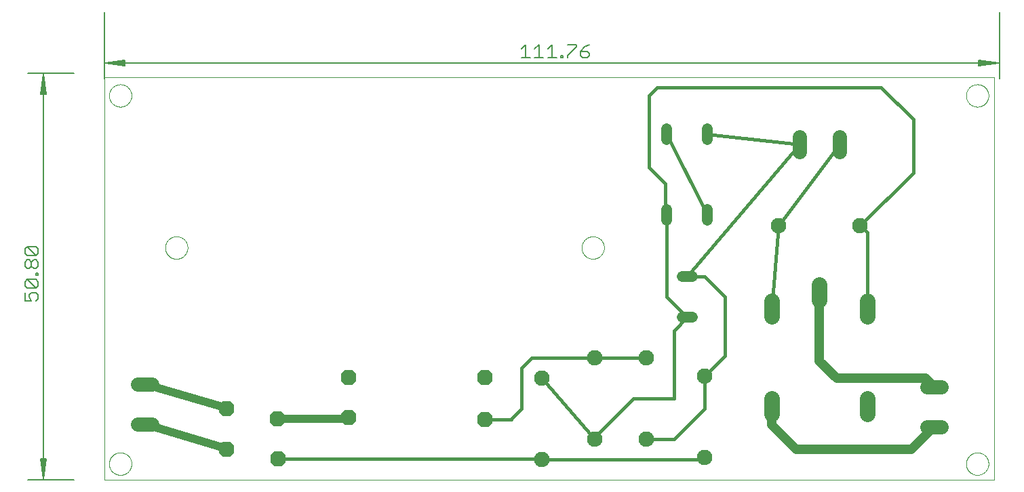
<source format=gtl>
G75*
%MOIN*%
%OFA0B0*%
%FSLAX25Y25*%
%IPPOS*%
%LPD*%
%AMOC8*
5,1,8,0,0,1.08239X$1,22.5*
%
%ADD10C,0.00000*%
%ADD11C,0.00512*%
%ADD12C,0.00600*%
%ADD13C,0.05200*%
%ADD14C,0.07600*%
%ADD15C,0.07800*%
%ADD16C,0.07050*%
%ADD17OC8,0.07600*%
%ADD18C,0.01600*%
%ADD19C,0.04724*%
%ADD20C,0.03937*%
D10*
X0042595Y0001256D02*
X0042595Y0199169D01*
X0480036Y0199169D01*
X0480036Y0001256D01*
X0042595Y0001256D01*
X0044957Y0009130D02*
X0044959Y0009278D01*
X0044965Y0009426D01*
X0044975Y0009574D01*
X0044989Y0009721D01*
X0045007Y0009868D01*
X0045028Y0010014D01*
X0045054Y0010160D01*
X0045084Y0010305D01*
X0045117Y0010449D01*
X0045155Y0010592D01*
X0045196Y0010734D01*
X0045241Y0010875D01*
X0045289Y0011015D01*
X0045342Y0011154D01*
X0045398Y0011291D01*
X0045458Y0011426D01*
X0045521Y0011560D01*
X0045588Y0011692D01*
X0045659Y0011822D01*
X0045733Y0011950D01*
X0045810Y0012076D01*
X0045891Y0012200D01*
X0045975Y0012322D01*
X0046062Y0012441D01*
X0046153Y0012558D01*
X0046247Y0012673D01*
X0046343Y0012785D01*
X0046443Y0012895D01*
X0046545Y0013001D01*
X0046651Y0013105D01*
X0046759Y0013206D01*
X0046870Y0013304D01*
X0046983Y0013400D01*
X0047099Y0013492D01*
X0047217Y0013581D01*
X0047338Y0013666D01*
X0047461Y0013749D01*
X0047586Y0013828D01*
X0047713Y0013904D01*
X0047842Y0013976D01*
X0047973Y0014045D01*
X0048106Y0014110D01*
X0048241Y0014171D01*
X0048377Y0014229D01*
X0048514Y0014284D01*
X0048653Y0014334D01*
X0048794Y0014381D01*
X0048935Y0014424D01*
X0049078Y0014464D01*
X0049222Y0014499D01*
X0049366Y0014531D01*
X0049512Y0014558D01*
X0049658Y0014582D01*
X0049805Y0014602D01*
X0049952Y0014618D01*
X0050099Y0014630D01*
X0050247Y0014638D01*
X0050395Y0014642D01*
X0050543Y0014642D01*
X0050691Y0014638D01*
X0050839Y0014630D01*
X0050986Y0014618D01*
X0051133Y0014602D01*
X0051280Y0014582D01*
X0051426Y0014558D01*
X0051572Y0014531D01*
X0051716Y0014499D01*
X0051860Y0014464D01*
X0052003Y0014424D01*
X0052144Y0014381D01*
X0052285Y0014334D01*
X0052424Y0014284D01*
X0052561Y0014229D01*
X0052697Y0014171D01*
X0052832Y0014110D01*
X0052965Y0014045D01*
X0053096Y0013976D01*
X0053225Y0013904D01*
X0053352Y0013828D01*
X0053477Y0013749D01*
X0053600Y0013666D01*
X0053721Y0013581D01*
X0053839Y0013492D01*
X0053955Y0013400D01*
X0054068Y0013304D01*
X0054179Y0013206D01*
X0054287Y0013105D01*
X0054393Y0013001D01*
X0054495Y0012895D01*
X0054595Y0012785D01*
X0054691Y0012673D01*
X0054785Y0012558D01*
X0054876Y0012441D01*
X0054963Y0012322D01*
X0055047Y0012200D01*
X0055128Y0012076D01*
X0055205Y0011950D01*
X0055279Y0011822D01*
X0055350Y0011692D01*
X0055417Y0011560D01*
X0055480Y0011426D01*
X0055540Y0011291D01*
X0055596Y0011154D01*
X0055649Y0011015D01*
X0055697Y0010875D01*
X0055742Y0010734D01*
X0055783Y0010592D01*
X0055821Y0010449D01*
X0055854Y0010305D01*
X0055884Y0010160D01*
X0055910Y0010014D01*
X0055931Y0009868D01*
X0055949Y0009721D01*
X0055963Y0009574D01*
X0055973Y0009426D01*
X0055979Y0009278D01*
X0055981Y0009130D01*
X0055979Y0008982D01*
X0055973Y0008834D01*
X0055963Y0008686D01*
X0055949Y0008539D01*
X0055931Y0008392D01*
X0055910Y0008246D01*
X0055884Y0008100D01*
X0055854Y0007955D01*
X0055821Y0007811D01*
X0055783Y0007668D01*
X0055742Y0007526D01*
X0055697Y0007385D01*
X0055649Y0007245D01*
X0055596Y0007106D01*
X0055540Y0006969D01*
X0055480Y0006834D01*
X0055417Y0006700D01*
X0055350Y0006568D01*
X0055279Y0006438D01*
X0055205Y0006310D01*
X0055128Y0006184D01*
X0055047Y0006060D01*
X0054963Y0005938D01*
X0054876Y0005819D01*
X0054785Y0005702D01*
X0054691Y0005587D01*
X0054595Y0005475D01*
X0054495Y0005365D01*
X0054393Y0005259D01*
X0054287Y0005155D01*
X0054179Y0005054D01*
X0054068Y0004956D01*
X0053955Y0004860D01*
X0053839Y0004768D01*
X0053721Y0004679D01*
X0053600Y0004594D01*
X0053477Y0004511D01*
X0053352Y0004432D01*
X0053225Y0004356D01*
X0053096Y0004284D01*
X0052965Y0004215D01*
X0052832Y0004150D01*
X0052697Y0004089D01*
X0052561Y0004031D01*
X0052424Y0003976D01*
X0052285Y0003926D01*
X0052144Y0003879D01*
X0052003Y0003836D01*
X0051860Y0003796D01*
X0051716Y0003761D01*
X0051572Y0003729D01*
X0051426Y0003702D01*
X0051280Y0003678D01*
X0051133Y0003658D01*
X0050986Y0003642D01*
X0050839Y0003630D01*
X0050691Y0003622D01*
X0050543Y0003618D01*
X0050395Y0003618D01*
X0050247Y0003622D01*
X0050099Y0003630D01*
X0049952Y0003642D01*
X0049805Y0003658D01*
X0049658Y0003678D01*
X0049512Y0003702D01*
X0049366Y0003729D01*
X0049222Y0003761D01*
X0049078Y0003796D01*
X0048935Y0003836D01*
X0048794Y0003879D01*
X0048653Y0003926D01*
X0048514Y0003976D01*
X0048377Y0004031D01*
X0048241Y0004089D01*
X0048106Y0004150D01*
X0047973Y0004215D01*
X0047842Y0004284D01*
X0047713Y0004356D01*
X0047586Y0004432D01*
X0047461Y0004511D01*
X0047338Y0004594D01*
X0047217Y0004679D01*
X0047099Y0004768D01*
X0046983Y0004860D01*
X0046870Y0004956D01*
X0046759Y0005054D01*
X0046651Y0005155D01*
X0046545Y0005259D01*
X0046443Y0005365D01*
X0046343Y0005475D01*
X0046247Y0005587D01*
X0046153Y0005702D01*
X0046062Y0005819D01*
X0045975Y0005938D01*
X0045891Y0006060D01*
X0045810Y0006184D01*
X0045733Y0006310D01*
X0045659Y0006438D01*
X0045588Y0006568D01*
X0045521Y0006700D01*
X0045458Y0006834D01*
X0045398Y0006969D01*
X0045342Y0007106D01*
X0045289Y0007245D01*
X0045241Y0007385D01*
X0045196Y0007526D01*
X0045155Y0007668D01*
X0045117Y0007811D01*
X0045084Y0007955D01*
X0045054Y0008100D01*
X0045028Y0008246D01*
X0045007Y0008392D01*
X0044989Y0008539D01*
X0044975Y0008686D01*
X0044965Y0008834D01*
X0044959Y0008982D01*
X0044957Y0009130D01*
X0072516Y0115429D02*
X0072518Y0115577D01*
X0072524Y0115725D01*
X0072534Y0115873D01*
X0072548Y0116020D01*
X0072566Y0116167D01*
X0072587Y0116313D01*
X0072613Y0116459D01*
X0072643Y0116604D01*
X0072676Y0116748D01*
X0072714Y0116891D01*
X0072755Y0117033D01*
X0072800Y0117174D01*
X0072848Y0117314D01*
X0072901Y0117453D01*
X0072957Y0117590D01*
X0073017Y0117725D01*
X0073080Y0117859D01*
X0073147Y0117991D01*
X0073218Y0118121D01*
X0073292Y0118249D01*
X0073369Y0118375D01*
X0073450Y0118499D01*
X0073534Y0118621D01*
X0073621Y0118740D01*
X0073712Y0118857D01*
X0073806Y0118972D01*
X0073902Y0119084D01*
X0074002Y0119194D01*
X0074104Y0119300D01*
X0074210Y0119404D01*
X0074318Y0119505D01*
X0074429Y0119603D01*
X0074542Y0119699D01*
X0074658Y0119791D01*
X0074776Y0119880D01*
X0074897Y0119965D01*
X0075020Y0120048D01*
X0075145Y0120127D01*
X0075272Y0120203D01*
X0075401Y0120275D01*
X0075532Y0120344D01*
X0075665Y0120409D01*
X0075800Y0120470D01*
X0075936Y0120528D01*
X0076073Y0120583D01*
X0076212Y0120633D01*
X0076353Y0120680D01*
X0076494Y0120723D01*
X0076637Y0120763D01*
X0076781Y0120798D01*
X0076925Y0120830D01*
X0077071Y0120857D01*
X0077217Y0120881D01*
X0077364Y0120901D01*
X0077511Y0120917D01*
X0077658Y0120929D01*
X0077806Y0120937D01*
X0077954Y0120941D01*
X0078102Y0120941D01*
X0078250Y0120937D01*
X0078398Y0120929D01*
X0078545Y0120917D01*
X0078692Y0120901D01*
X0078839Y0120881D01*
X0078985Y0120857D01*
X0079131Y0120830D01*
X0079275Y0120798D01*
X0079419Y0120763D01*
X0079562Y0120723D01*
X0079703Y0120680D01*
X0079844Y0120633D01*
X0079983Y0120583D01*
X0080120Y0120528D01*
X0080256Y0120470D01*
X0080391Y0120409D01*
X0080524Y0120344D01*
X0080655Y0120275D01*
X0080784Y0120203D01*
X0080911Y0120127D01*
X0081036Y0120048D01*
X0081159Y0119965D01*
X0081280Y0119880D01*
X0081398Y0119791D01*
X0081514Y0119699D01*
X0081627Y0119603D01*
X0081738Y0119505D01*
X0081846Y0119404D01*
X0081952Y0119300D01*
X0082054Y0119194D01*
X0082154Y0119084D01*
X0082250Y0118972D01*
X0082344Y0118857D01*
X0082435Y0118740D01*
X0082522Y0118621D01*
X0082606Y0118499D01*
X0082687Y0118375D01*
X0082764Y0118249D01*
X0082838Y0118121D01*
X0082909Y0117991D01*
X0082976Y0117859D01*
X0083039Y0117725D01*
X0083099Y0117590D01*
X0083155Y0117453D01*
X0083208Y0117314D01*
X0083256Y0117174D01*
X0083301Y0117033D01*
X0083342Y0116891D01*
X0083380Y0116748D01*
X0083413Y0116604D01*
X0083443Y0116459D01*
X0083469Y0116313D01*
X0083490Y0116167D01*
X0083508Y0116020D01*
X0083522Y0115873D01*
X0083532Y0115725D01*
X0083538Y0115577D01*
X0083540Y0115429D01*
X0083538Y0115281D01*
X0083532Y0115133D01*
X0083522Y0114985D01*
X0083508Y0114838D01*
X0083490Y0114691D01*
X0083469Y0114545D01*
X0083443Y0114399D01*
X0083413Y0114254D01*
X0083380Y0114110D01*
X0083342Y0113967D01*
X0083301Y0113825D01*
X0083256Y0113684D01*
X0083208Y0113544D01*
X0083155Y0113405D01*
X0083099Y0113268D01*
X0083039Y0113133D01*
X0082976Y0112999D01*
X0082909Y0112867D01*
X0082838Y0112737D01*
X0082764Y0112609D01*
X0082687Y0112483D01*
X0082606Y0112359D01*
X0082522Y0112237D01*
X0082435Y0112118D01*
X0082344Y0112001D01*
X0082250Y0111886D01*
X0082154Y0111774D01*
X0082054Y0111664D01*
X0081952Y0111558D01*
X0081846Y0111454D01*
X0081738Y0111353D01*
X0081627Y0111255D01*
X0081514Y0111159D01*
X0081398Y0111067D01*
X0081280Y0110978D01*
X0081159Y0110893D01*
X0081036Y0110810D01*
X0080911Y0110731D01*
X0080784Y0110655D01*
X0080655Y0110583D01*
X0080524Y0110514D01*
X0080391Y0110449D01*
X0080256Y0110388D01*
X0080120Y0110330D01*
X0079983Y0110275D01*
X0079844Y0110225D01*
X0079703Y0110178D01*
X0079562Y0110135D01*
X0079419Y0110095D01*
X0079275Y0110060D01*
X0079131Y0110028D01*
X0078985Y0110001D01*
X0078839Y0109977D01*
X0078692Y0109957D01*
X0078545Y0109941D01*
X0078398Y0109929D01*
X0078250Y0109921D01*
X0078102Y0109917D01*
X0077954Y0109917D01*
X0077806Y0109921D01*
X0077658Y0109929D01*
X0077511Y0109941D01*
X0077364Y0109957D01*
X0077217Y0109977D01*
X0077071Y0110001D01*
X0076925Y0110028D01*
X0076781Y0110060D01*
X0076637Y0110095D01*
X0076494Y0110135D01*
X0076353Y0110178D01*
X0076212Y0110225D01*
X0076073Y0110275D01*
X0075936Y0110330D01*
X0075800Y0110388D01*
X0075665Y0110449D01*
X0075532Y0110514D01*
X0075401Y0110583D01*
X0075272Y0110655D01*
X0075145Y0110731D01*
X0075020Y0110810D01*
X0074897Y0110893D01*
X0074776Y0110978D01*
X0074658Y0111067D01*
X0074542Y0111159D01*
X0074429Y0111255D01*
X0074318Y0111353D01*
X0074210Y0111454D01*
X0074104Y0111558D01*
X0074002Y0111664D01*
X0073902Y0111774D01*
X0073806Y0111886D01*
X0073712Y0112001D01*
X0073621Y0112118D01*
X0073534Y0112237D01*
X0073450Y0112359D01*
X0073369Y0112483D01*
X0073292Y0112609D01*
X0073218Y0112737D01*
X0073147Y0112867D01*
X0073080Y0112999D01*
X0073017Y0113133D01*
X0072957Y0113268D01*
X0072901Y0113405D01*
X0072848Y0113544D01*
X0072800Y0113684D01*
X0072755Y0113825D01*
X0072714Y0113967D01*
X0072676Y0114110D01*
X0072643Y0114254D01*
X0072613Y0114399D01*
X0072587Y0114545D01*
X0072566Y0114691D01*
X0072548Y0114838D01*
X0072534Y0114985D01*
X0072524Y0115133D01*
X0072518Y0115281D01*
X0072516Y0115429D01*
X0044957Y0190232D02*
X0044959Y0190380D01*
X0044965Y0190528D01*
X0044975Y0190676D01*
X0044989Y0190823D01*
X0045007Y0190970D01*
X0045028Y0191116D01*
X0045054Y0191262D01*
X0045084Y0191407D01*
X0045117Y0191551D01*
X0045155Y0191694D01*
X0045196Y0191836D01*
X0045241Y0191977D01*
X0045289Y0192117D01*
X0045342Y0192256D01*
X0045398Y0192393D01*
X0045458Y0192528D01*
X0045521Y0192662D01*
X0045588Y0192794D01*
X0045659Y0192924D01*
X0045733Y0193052D01*
X0045810Y0193178D01*
X0045891Y0193302D01*
X0045975Y0193424D01*
X0046062Y0193543D01*
X0046153Y0193660D01*
X0046247Y0193775D01*
X0046343Y0193887D01*
X0046443Y0193997D01*
X0046545Y0194103D01*
X0046651Y0194207D01*
X0046759Y0194308D01*
X0046870Y0194406D01*
X0046983Y0194502D01*
X0047099Y0194594D01*
X0047217Y0194683D01*
X0047338Y0194768D01*
X0047461Y0194851D01*
X0047586Y0194930D01*
X0047713Y0195006D01*
X0047842Y0195078D01*
X0047973Y0195147D01*
X0048106Y0195212D01*
X0048241Y0195273D01*
X0048377Y0195331D01*
X0048514Y0195386D01*
X0048653Y0195436D01*
X0048794Y0195483D01*
X0048935Y0195526D01*
X0049078Y0195566D01*
X0049222Y0195601D01*
X0049366Y0195633D01*
X0049512Y0195660D01*
X0049658Y0195684D01*
X0049805Y0195704D01*
X0049952Y0195720D01*
X0050099Y0195732D01*
X0050247Y0195740D01*
X0050395Y0195744D01*
X0050543Y0195744D01*
X0050691Y0195740D01*
X0050839Y0195732D01*
X0050986Y0195720D01*
X0051133Y0195704D01*
X0051280Y0195684D01*
X0051426Y0195660D01*
X0051572Y0195633D01*
X0051716Y0195601D01*
X0051860Y0195566D01*
X0052003Y0195526D01*
X0052144Y0195483D01*
X0052285Y0195436D01*
X0052424Y0195386D01*
X0052561Y0195331D01*
X0052697Y0195273D01*
X0052832Y0195212D01*
X0052965Y0195147D01*
X0053096Y0195078D01*
X0053225Y0195006D01*
X0053352Y0194930D01*
X0053477Y0194851D01*
X0053600Y0194768D01*
X0053721Y0194683D01*
X0053839Y0194594D01*
X0053955Y0194502D01*
X0054068Y0194406D01*
X0054179Y0194308D01*
X0054287Y0194207D01*
X0054393Y0194103D01*
X0054495Y0193997D01*
X0054595Y0193887D01*
X0054691Y0193775D01*
X0054785Y0193660D01*
X0054876Y0193543D01*
X0054963Y0193424D01*
X0055047Y0193302D01*
X0055128Y0193178D01*
X0055205Y0193052D01*
X0055279Y0192924D01*
X0055350Y0192794D01*
X0055417Y0192662D01*
X0055480Y0192528D01*
X0055540Y0192393D01*
X0055596Y0192256D01*
X0055649Y0192117D01*
X0055697Y0191977D01*
X0055742Y0191836D01*
X0055783Y0191694D01*
X0055821Y0191551D01*
X0055854Y0191407D01*
X0055884Y0191262D01*
X0055910Y0191116D01*
X0055931Y0190970D01*
X0055949Y0190823D01*
X0055963Y0190676D01*
X0055973Y0190528D01*
X0055979Y0190380D01*
X0055981Y0190232D01*
X0055979Y0190084D01*
X0055973Y0189936D01*
X0055963Y0189788D01*
X0055949Y0189641D01*
X0055931Y0189494D01*
X0055910Y0189348D01*
X0055884Y0189202D01*
X0055854Y0189057D01*
X0055821Y0188913D01*
X0055783Y0188770D01*
X0055742Y0188628D01*
X0055697Y0188487D01*
X0055649Y0188347D01*
X0055596Y0188208D01*
X0055540Y0188071D01*
X0055480Y0187936D01*
X0055417Y0187802D01*
X0055350Y0187670D01*
X0055279Y0187540D01*
X0055205Y0187412D01*
X0055128Y0187286D01*
X0055047Y0187162D01*
X0054963Y0187040D01*
X0054876Y0186921D01*
X0054785Y0186804D01*
X0054691Y0186689D01*
X0054595Y0186577D01*
X0054495Y0186467D01*
X0054393Y0186361D01*
X0054287Y0186257D01*
X0054179Y0186156D01*
X0054068Y0186058D01*
X0053955Y0185962D01*
X0053839Y0185870D01*
X0053721Y0185781D01*
X0053600Y0185696D01*
X0053477Y0185613D01*
X0053352Y0185534D01*
X0053225Y0185458D01*
X0053096Y0185386D01*
X0052965Y0185317D01*
X0052832Y0185252D01*
X0052697Y0185191D01*
X0052561Y0185133D01*
X0052424Y0185078D01*
X0052285Y0185028D01*
X0052144Y0184981D01*
X0052003Y0184938D01*
X0051860Y0184898D01*
X0051716Y0184863D01*
X0051572Y0184831D01*
X0051426Y0184804D01*
X0051280Y0184780D01*
X0051133Y0184760D01*
X0050986Y0184744D01*
X0050839Y0184732D01*
X0050691Y0184724D01*
X0050543Y0184720D01*
X0050395Y0184720D01*
X0050247Y0184724D01*
X0050099Y0184732D01*
X0049952Y0184744D01*
X0049805Y0184760D01*
X0049658Y0184780D01*
X0049512Y0184804D01*
X0049366Y0184831D01*
X0049222Y0184863D01*
X0049078Y0184898D01*
X0048935Y0184938D01*
X0048794Y0184981D01*
X0048653Y0185028D01*
X0048514Y0185078D01*
X0048377Y0185133D01*
X0048241Y0185191D01*
X0048106Y0185252D01*
X0047973Y0185317D01*
X0047842Y0185386D01*
X0047713Y0185458D01*
X0047586Y0185534D01*
X0047461Y0185613D01*
X0047338Y0185696D01*
X0047217Y0185781D01*
X0047099Y0185870D01*
X0046983Y0185962D01*
X0046870Y0186058D01*
X0046759Y0186156D01*
X0046651Y0186257D01*
X0046545Y0186361D01*
X0046443Y0186467D01*
X0046343Y0186577D01*
X0046247Y0186689D01*
X0046153Y0186804D01*
X0046062Y0186921D01*
X0045975Y0187040D01*
X0045891Y0187162D01*
X0045810Y0187286D01*
X0045733Y0187412D01*
X0045659Y0187540D01*
X0045588Y0187670D01*
X0045521Y0187802D01*
X0045458Y0187936D01*
X0045398Y0188071D01*
X0045342Y0188208D01*
X0045289Y0188347D01*
X0045241Y0188487D01*
X0045196Y0188628D01*
X0045155Y0188770D01*
X0045117Y0188913D01*
X0045084Y0189057D01*
X0045054Y0189202D01*
X0045028Y0189348D01*
X0045007Y0189494D01*
X0044989Y0189641D01*
X0044975Y0189788D01*
X0044965Y0189936D01*
X0044959Y0190084D01*
X0044957Y0190232D01*
X0277241Y0115429D02*
X0277243Y0115577D01*
X0277249Y0115725D01*
X0277259Y0115873D01*
X0277273Y0116020D01*
X0277291Y0116167D01*
X0277312Y0116313D01*
X0277338Y0116459D01*
X0277368Y0116604D01*
X0277401Y0116748D01*
X0277439Y0116891D01*
X0277480Y0117033D01*
X0277525Y0117174D01*
X0277573Y0117314D01*
X0277626Y0117453D01*
X0277682Y0117590D01*
X0277742Y0117725D01*
X0277805Y0117859D01*
X0277872Y0117991D01*
X0277943Y0118121D01*
X0278017Y0118249D01*
X0278094Y0118375D01*
X0278175Y0118499D01*
X0278259Y0118621D01*
X0278346Y0118740D01*
X0278437Y0118857D01*
X0278531Y0118972D01*
X0278627Y0119084D01*
X0278727Y0119194D01*
X0278829Y0119300D01*
X0278935Y0119404D01*
X0279043Y0119505D01*
X0279154Y0119603D01*
X0279267Y0119699D01*
X0279383Y0119791D01*
X0279501Y0119880D01*
X0279622Y0119965D01*
X0279745Y0120048D01*
X0279870Y0120127D01*
X0279997Y0120203D01*
X0280126Y0120275D01*
X0280257Y0120344D01*
X0280390Y0120409D01*
X0280525Y0120470D01*
X0280661Y0120528D01*
X0280798Y0120583D01*
X0280937Y0120633D01*
X0281078Y0120680D01*
X0281219Y0120723D01*
X0281362Y0120763D01*
X0281506Y0120798D01*
X0281650Y0120830D01*
X0281796Y0120857D01*
X0281942Y0120881D01*
X0282089Y0120901D01*
X0282236Y0120917D01*
X0282383Y0120929D01*
X0282531Y0120937D01*
X0282679Y0120941D01*
X0282827Y0120941D01*
X0282975Y0120937D01*
X0283123Y0120929D01*
X0283270Y0120917D01*
X0283417Y0120901D01*
X0283564Y0120881D01*
X0283710Y0120857D01*
X0283856Y0120830D01*
X0284000Y0120798D01*
X0284144Y0120763D01*
X0284287Y0120723D01*
X0284428Y0120680D01*
X0284569Y0120633D01*
X0284708Y0120583D01*
X0284845Y0120528D01*
X0284981Y0120470D01*
X0285116Y0120409D01*
X0285249Y0120344D01*
X0285380Y0120275D01*
X0285509Y0120203D01*
X0285636Y0120127D01*
X0285761Y0120048D01*
X0285884Y0119965D01*
X0286005Y0119880D01*
X0286123Y0119791D01*
X0286239Y0119699D01*
X0286352Y0119603D01*
X0286463Y0119505D01*
X0286571Y0119404D01*
X0286677Y0119300D01*
X0286779Y0119194D01*
X0286879Y0119084D01*
X0286975Y0118972D01*
X0287069Y0118857D01*
X0287160Y0118740D01*
X0287247Y0118621D01*
X0287331Y0118499D01*
X0287412Y0118375D01*
X0287489Y0118249D01*
X0287563Y0118121D01*
X0287634Y0117991D01*
X0287701Y0117859D01*
X0287764Y0117725D01*
X0287824Y0117590D01*
X0287880Y0117453D01*
X0287933Y0117314D01*
X0287981Y0117174D01*
X0288026Y0117033D01*
X0288067Y0116891D01*
X0288105Y0116748D01*
X0288138Y0116604D01*
X0288168Y0116459D01*
X0288194Y0116313D01*
X0288215Y0116167D01*
X0288233Y0116020D01*
X0288247Y0115873D01*
X0288257Y0115725D01*
X0288263Y0115577D01*
X0288265Y0115429D01*
X0288263Y0115281D01*
X0288257Y0115133D01*
X0288247Y0114985D01*
X0288233Y0114838D01*
X0288215Y0114691D01*
X0288194Y0114545D01*
X0288168Y0114399D01*
X0288138Y0114254D01*
X0288105Y0114110D01*
X0288067Y0113967D01*
X0288026Y0113825D01*
X0287981Y0113684D01*
X0287933Y0113544D01*
X0287880Y0113405D01*
X0287824Y0113268D01*
X0287764Y0113133D01*
X0287701Y0112999D01*
X0287634Y0112867D01*
X0287563Y0112737D01*
X0287489Y0112609D01*
X0287412Y0112483D01*
X0287331Y0112359D01*
X0287247Y0112237D01*
X0287160Y0112118D01*
X0287069Y0112001D01*
X0286975Y0111886D01*
X0286879Y0111774D01*
X0286779Y0111664D01*
X0286677Y0111558D01*
X0286571Y0111454D01*
X0286463Y0111353D01*
X0286352Y0111255D01*
X0286239Y0111159D01*
X0286123Y0111067D01*
X0286005Y0110978D01*
X0285884Y0110893D01*
X0285761Y0110810D01*
X0285636Y0110731D01*
X0285509Y0110655D01*
X0285380Y0110583D01*
X0285249Y0110514D01*
X0285116Y0110449D01*
X0284981Y0110388D01*
X0284845Y0110330D01*
X0284708Y0110275D01*
X0284569Y0110225D01*
X0284428Y0110178D01*
X0284287Y0110135D01*
X0284144Y0110095D01*
X0284000Y0110060D01*
X0283856Y0110028D01*
X0283710Y0110001D01*
X0283564Y0109977D01*
X0283417Y0109957D01*
X0283270Y0109941D01*
X0283123Y0109929D01*
X0282975Y0109921D01*
X0282827Y0109917D01*
X0282679Y0109917D01*
X0282531Y0109921D01*
X0282383Y0109929D01*
X0282236Y0109941D01*
X0282089Y0109957D01*
X0281942Y0109977D01*
X0281796Y0110001D01*
X0281650Y0110028D01*
X0281506Y0110060D01*
X0281362Y0110095D01*
X0281219Y0110135D01*
X0281078Y0110178D01*
X0280937Y0110225D01*
X0280798Y0110275D01*
X0280661Y0110330D01*
X0280525Y0110388D01*
X0280390Y0110449D01*
X0280257Y0110514D01*
X0280126Y0110583D01*
X0279997Y0110655D01*
X0279870Y0110731D01*
X0279745Y0110810D01*
X0279622Y0110893D01*
X0279501Y0110978D01*
X0279383Y0111067D01*
X0279267Y0111159D01*
X0279154Y0111255D01*
X0279043Y0111353D01*
X0278935Y0111454D01*
X0278829Y0111558D01*
X0278727Y0111664D01*
X0278627Y0111774D01*
X0278531Y0111886D01*
X0278437Y0112001D01*
X0278346Y0112118D01*
X0278259Y0112237D01*
X0278175Y0112359D01*
X0278094Y0112483D01*
X0278017Y0112609D01*
X0277943Y0112737D01*
X0277872Y0112867D01*
X0277805Y0112999D01*
X0277742Y0113133D01*
X0277682Y0113268D01*
X0277626Y0113405D01*
X0277573Y0113544D01*
X0277525Y0113684D01*
X0277480Y0113825D01*
X0277439Y0113967D01*
X0277401Y0114110D01*
X0277368Y0114254D01*
X0277338Y0114399D01*
X0277312Y0114545D01*
X0277291Y0114691D01*
X0277273Y0114838D01*
X0277259Y0114985D01*
X0277249Y0115133D01*
X0277243Y0115281D01*
X0277241Y0115429D01*
X0466217Y0190232D02*
X0466219Y0190380D01*
X0466225Y0190528D01*
X0466235Y0190676D01*
X0466249Y0190823D01*
X0466267Y0190970D01*
X0466288Y0191116D01*
X0466314Y0191262D01*
X0466344Y0191407D01*
X0466377Y0191551D01*
X0466415Y0191694D01*
X0466456Y0191836D01*
X0466501Y0191977D01*
X0466549Y0192117D01*
X0466602Y0192256D01*
X0466658Y0192393D01*
X0466718Y0192528D01*
X0466781Y0192662D01*
X0466848Y0192794D01*
X0466919Y0192924D01*
X0466993Y0193052D01*
X0467070Y0193178D01*
X0467151Y0193302D01*
X0467235Y0193424D01*
X0467322Y0193543D01*
X0467413Y0193660D01*
X0467507Y0193775D01*
X0467603Y0193887D01*
X0467703Y0193997D01*
X0467805Y0194103D01*
X0467911Y0194207D01*
X0468019Y0194308D01*
X0468130Y0194406D01*
X0468243Y0194502D01*
X0468359Y0194594D01*
X0468477Y0194683D01*
X0468598Y0194768D01*
X0468721Y0194851D01*
X0468846Y0194930D01*
X0468973Y0195006D01*
X0469102Y0195078D01*
X0469233Y0195147D01*
X0469366Y0195212D01*
X0469501Y0195273D01*
X0469637Y0195331D01*
X0469774Y0195386D01*
X0469913Y0195436D01*
X0470054Y0195483D01*
X0470195Y0195526D01*
X0470338Y0195566D01*
X0470482Y0195601D01*
X0470626Y0195633D01*
X0470772Y0195660D01*
X0470918Y0195684D01*
X0471065Y0195704D01*
X0471212Y0195720D01*
X0471359Y0195732D01*
X0471507Y0195740D01*
X0471655Y0195744D01*
X0471803Y0195744D01*
X0471951Y0195740D01*
X0472099Y0195732D01*
X0472246Y0195720D01*
X0472393Y0195704D01*
X0472540Y0195684D01*
X0472686Y0195660D01*
X0472832Y0195633D01*
X0472976Y0195601D01*
X0473120Y0195566D01*
X0473263Y0195526D01*
X0473404Y0195483D01*
X0473545Y0195436D01*
X0473684Y0195386D01*
X0473821Y0195331D01*
X0473957Y0195273D01*
X0474092Y0195212D01*
X0474225Y0195147D01*
X0474356Y0195078D01*
X0474485Y0195006D01*
X0474612Y0194930D01*
X0474737Y0194851D01*
X0474860Y0194768D01*
X0474981Y0194683D01*
X0475099Y0194594D01*
X0475215Y0194502D01*
X0475328Y0194406D01*
X0475439Y0194308D01*
X0475547Y0194207D01*
X0475653Y0194103D01*
X0475755Y0193997D01*
X0475855Y0193887D01*
X0475951Y0193775D01*
X0476045Y0193660D01*
X0476136Y0193543D01*
X0476223Y0193424D01*
X0476307Y0193302D01*
X0476388Y0193178D01*
X0476465Y0193052D01*
X0476539Y0192924D01*
X0476610Y0192794D01*
X0476677Y0192662D01*
X0476740Y0192528D01*
X0476800Y0192393D01*
X0476856Y0192256D01*
X0476909Y0192117D01*
X0476957Y0191977D01*
X0477002Y0191836D01*
X0477043Y0191694D01*
X0477081Y0191551D01*
X0477114Y0191407D01*
X0477144Y0191262D01*
X0477170Y0191116D01*
X0477191Y0190970D01*
X0477209Y0190823D01*
X0477223Y0190676D01*
X0477233Y0190528D01*
X0477239Y0190380D01*
X0477241Y0190232D01*
X0477239Y0190084D01*
X0477233Y0189936D01*
X0477223Y0189788D01*
X0477209Y0189641D01*
X0477191Y0189494D01*
X0477170Y0189348D01*
X0477144Y0189202D01*
X0477114Y0189057D01*
X0477081Y0188913D01*
X0477043Y0188770D01*
X0477002Y0188628D01*
X0476957Y0188487D01*
X0476909Y0188347D01*
X0476856Y0188208D01*
X0476800Y0188071D01*
X0476740Y0187936D01*
X0476677Y0187802D01*
X0476610Y0187670D01*
X0476539Y0187540D01*
X0476465Y0187412D01*
X0476388Y0187286D01*
X0476307Y0187162D01*
X0476223Y0187040D01*
X0476136Y0186921D01*
X0476045Y0186804D01*
X0475951Y0186689D01*
X0475855Y0186577D01*
X0475755Y0186467D01*
X0475653Y0186361D01*
X0475547Y0186257D01*
X0475439Y0186156D01*
X0475328Y0186058D01*
X0475215Y0185962D01*
X0475099Y0185870D01*
X0474981Y0185781D01*
X0474860Y0185696D01*
X0474737Y0185613D01*
X0474612Y0185534D01*
X0474485Y0185458D01*
X0474356Y0185386D01*
X0474225Y0185317D01*
X0474092Y0185252D01*
X0473957Y0185191D01*
X0473821Y0185133D01*
X0473684Y0185078D01*
X0473545Y0185028D01*
X0473404Y0184981D01*
X0473263Y0184938D01*
X0473120Y0184898D01*
X0472976Y0184863D01*
X0472832Y0184831D01*
X0472686Y0184804D01*
X0472540Y0184780D01*
X0472393Y0184760D01*
X0472246Y0184744D01*
X0472099Y0184732D01*
X0471951Y0184724D01*
X0471803Y0184720D01*
X0471655Y0184720D01*
X0471507Y0184724D01*
X0471359Y0184732D01*
X0471212Y0184744D01*
X0471065Y0184760D01*
X0470918Y0184780D01*
X0470772Y0184804D01*
X0470626Y0184831D01*
X0470482Y0184863D01*
X0470338Y0184898D01*
X0470195Y0184938D01*
X0470054Y0184981D01*
X0469913Y0185028D01*
X0469774Y0185078D01*
X0469637Y0185133D01*
X0469501Y0185191D01*
X0469366Y0185252D01*
X0469233Y0185317D01*
X0469102Y0185386D01*
X0468973Y0185458D01*
X0468846Y0185534D01*
X0468721Y0185613D01*
X0468598Y0185696D01*
X0468477Y0185781D01*
X0468359Y0185870D01*
X0468243Y0185962D01*
X0468130Y0186058D01*
X0468019Y0186156D01*
X0467911Y0186257D01*
X0467805Y0186361D01*
X0467703Y0186467D01*
X0467603Y0186577D01*
X0467507Y0186689D01*
X0467413Y0186804D01*
X0467322Y0186921D01*
X0467235Y0187040D01*
X0467151Y0187162D01*
X0467070Y0187286D01*
X0466993Y0187412D01*
X0466919Y0187540D01*
X0466848Y0187670D01*
X0466781Y0187802D01*
X0466718Y0187936D01*
X0466658Y0188071D01*
X0466602Y0188208D01*
X0466549Y0188347D01*
X0466501Y0188487D01*
X0466456Y0188628D01*
X0466415Y0188770D01*
X0466377Y0188913D01*
X0466344Y0189057D01*
X0466314Y0189202D01*
X0466288Y0189348D01*
X0466267Y0189494D01*
X0466249Y0189641D01*
X0466235Y0189788D01*
X0466225Y0189936D01*
X0466219Y0190084D01*
X0466217Y0190232D01*
X0466217Y0009130D02*
X0466219Y0009278D01*
X0466225Y0009426D01*
X0466235Y0009574D01*
X0466249Y0009721D01*
X0466267Y0009868D01*
X0466288Y0010014D01*
X0466314Y0010160D01*
X0466344Y0010305D01*
X0466377Y0010449D01*
X0466415Y0010592D01*
X0466456Y0010734D01*
X0466501Y0010875D01*
X0466549Y0011015D01*
X0466602Y0011154D01*
X0466658Y0011291D01*
X0466718Y0011426D01*
X0466781Y0011560D01*
X0466848Y0011692D01*
X0466919Y0011822D01*
X0466993Y0011950D01*
X0467070Y0012076D01*
X0467151Y0012200D01*
X0467235Y0012322D01*
X0467322Y0012441D01*
X0467413Y0012558D01*
X0467507Y0012673D01*
X0467603Y0012785D01*
X0467703Y0012895D01*
X0467805Y0013001D01*
X0467911Y0013105D01*
X0468019Y0013206D01*
X0468130Y0013304D01*
X0468243Y0013400D01*
X0468359Y0013492D01*
X0468477Y0013581D01*
X0468598Y0013666D01*
X0468721Y0013749D01*
X0468846Y0013828D01*
X0468973Y0013904D01*
X0469102Y0013976D01*
X0469233Y0014045D01*
X0469366Y0014110D01*
X0469501Y0014171D01*
X0469637Y0014229D01*
X0469774Y0014284D01*
X0469913Y0014334D01*
X0470054Y0014381D01*
X0470195Y0014424D01*
X0470338Y0014464D01*
X0470482Y0014499D01*
X0470626Y0014531D01*
X0470772Y0014558D01*
X0470918Y0014582D01*
X0471065Y0014602D01*
X0471212Y0014618D01*
X0471359Y0014630D01*
X0471507Y0014638D01*
X0471655Y0014642D01*
X0471803Y0014642D01*
X0471951Y0014638D01*
X0472099Y0014630D01*
X0472246Y0014618D01*
X0472393Y0014602D01*
X0472540Y0014582D01*
X0472686Y0014558D01*
X0472832Y0014531D01*
X0472976Y0014499D01*
X0473120Y0014464D01*
X0473263Y0014424D01*
X0473404Y0014381D01*
X0473545Y0014334D01*
X0473684Y0014284D01*
X0473821Y0014229D01*
X0473957Y0014171D01*
X0474092Y0014110D01*
X0474225Y0014045D01*
X0474356Y0013976D01*
X0474485Y0013904D01*
X0474612Y0013828D01*
X0474737Y0013749D01*
X0474860Y0013666D01*
X0474981Y0013581D01*
X0475099Y0013492D01*
X0475215Y0013400D01*
X0475328Y0013304D01*
X0475439Y0013206D01*
X0475547Y0013105D01*
X0475653Y0013001D01*
X0475755Y0012895D01*
X0475855Y0012785D01*
X0475951Y0012673D01*
X0476045Y0012558D01*
X0476136Y0012441D01*
X0476223Y0012322D01*
X0476307Y0012200D01*
X0476388Y0012076D01*
X0476465Y0011950D01*
X0476539Y0011822D01*
X0476610Y0011692D01*
X0476677Y0011560D01*
X0476740Y0011426D01*
X0476800Y0011291D01*
X0476856Y0011154D01*
X0476909Y0011015D01*
X0476957Y0010875D01*
X0477002Y0010734D01*
X0477043Y0010592D01*
X0477081Y0010449D01*
X0477114Y0010305D01*
X0477144Y0010160D01*
X0477170Y0010014D01*
X0477191Y0009868D01*
X0477209Y0009721D01*
X0477223Y0009574D01*
X0477233Y0009426D01*
X0477239Y0009278D01*
X0477241Y0009130D01*
X0477239Y0008982D01*
X0477233Y0008834D01*
X0477223Y0008686D01*
X0477209Y0008539D01*
X0477191Y0008392D01*
X0477170Y0008246D01*
X0477144Y0008100D01*
X0477114Y0007955D01*
X0477081Y0007811D01*
X0477043Y0007668D01*
X0477002Y0007526D01*
X0476957Y0007385D01*
X0476909Y0007245D01*
X0476856Y0007106D01*
X0476800Y0006969D01*
X0476740Y0006834D01*
X0476677Y0006700D01*
X0476610Y0006568D01*
X0476539Y0006438D01*
X0476465Y0006310D01*
X0476388Y0006184D01*
X0476307Y0006060D01*
X0476223Y0005938D01*
X0476136Y0005819D01*
X0476045Y0005702D01*
X0475951Y0005587D01*
X0475855Y0005475D01*
X0475755Y0005365D01*
X0475653Y0005259D01*
X0475547Y0005155D01*
X0475439Y0005054D01*
X0475328Y0004956D01*
X0475215Y0004860D01*
X0475099Y0004768D01*
X0474981Y0004679D01*
X0474860Y0004594D01*
X0474737Y0004511D01*
X0474612Y0004432D01*
X0474485Y0004356D01*
X0474356Y0004284D01*
X0474225Y0004215D01*
X0474092Y0004150D01*
X0473957Y0004089D01*
X0473821Y0004031D01*
X0473684Y0003976D01*
X0473545Y0003926D01*
X0473404Y0003879D01*
X0473263Y0003836D01*
X0473120Y0003796D01*
X0472976Y0003761D01*
X0472832Y0003729D01*
X0472686Y0003702D01*
X0472540Y0003678D01*
X0472393Y0003658D01*
X0472246Y0003642D01*
X0472099Y0003630D01*
X0471951Y0003622D01*
X0471803Y0003618D01*
X0471655Y0003618D01*
X0471507Y0003622D01*
X0471359Y0003630D01*
X0471212Y0003642D01*
X0471065Y0003658D01*
X0470918Y0003678D01*
X0470772Y0003702D01*
X0470626Y0003729D01*
X0470482Y0003761D01*
X0470338Y0003796D01*
X0470195Y0003836D01*
X0470054Y0003879D01*
X0469913Y0003926D01*
X0469774Y0003976D01*
X0469637Y0004031D01*
X0469501Y0004089D01*
X0469366Y0004150D01*
X0469233Y0004215D01*
X0469102Y0004284D01*
X0468973Y0004356D01*
X0468846Y0004432D01*
X0468721Y0004511D01*
X0468598Y0004594D01*
X0468477Y0004679D01*
X0468359Y0004768D01*
X0468243Y0004860D01*
X0468130Y0004956D01*
X0468019Y0005054D01*
X0467911Y0005155D01*
X0467805Y0005259D01*
X0467703Y0005365D01*
X0467603Y0005475D01*
X0467507Y0005587D01*
X0467413Y0005702D01*
X0467322Y0005819D01*
X0467235Y0005938D01*
X0467151Y0006060D01*
X0467070Y0006184D01*
X0466993Y0006310D01*
X0466919Y0006438D01*
X0466848Y0006568D01*
X0466781Y0006700D01*
X0466718Y0006834D01*
X0466658Y0006969D01*
X0466602Y0007106D01*
X0466549Y0007245D01*
X0466501Y0007385D01*
X0466456Y0007526D01*
X0466415Y0007668D01*
X0466377Y0007811D01*
X0466344Y0007955D01*
X0466314Y0008100D01*
X0466288Y0008246D01*
X0466267Y0008392D01*
X0466249Y0008539D01*
X0466235Y0008686D01*
X0466225Y0008834D01*
X0466219Y0008982D01*
X0466217Y0009130D01*
D11*
X0027595Y0001256D02*
X0004918Y0001256D01*
X0012595Y0001512D02*
X0013619Y0011492D01*
X0013852Y0011492D02*
X0012595Y0001512D01*
X0011572Y0011492D01*
X0011338Y0011492D02*
X0013852Y0011492D01*
X0013107Y0011492D02*
X0012595Y0001512D01*
X0012083Y0011492D01*
X0011338Y0011492D02*
X0012595Y0001512D01*
X0012595Y0201000D01*
X0013619Y0191020D01*
X0013852Y0191020D02*
X0012595Y0201000D01*
X0011572Y0191020D01*
X0011338Y0191020D02*
X0013852Y0191020D01*
X0013107Y0191020D02*
X0012595Y0201000D01*
X0012083Y0191020D01*
X0011338Y0191020D02*
X0012595Y0201000D01*
X0004918Y0201256D02*
X0027595Y0201256D01*
X0042595Y0198579D02*
X0042595Y0231256D01*
X0042851Y0206256D02*
X0052831Y0207280D01*
X0052831Y0207513D02*
X0052831Y0204999D01*
X0042851Y0206256D01*
X0052831Y0205232D01*
X0052831Y0205744D02*
X0042851Y0206256D01*
X0052831Y0206768D01*
X0052831Y0207513D02*
X0042851Y0206256D01*
X0482339Y0206256D01*
X0472359Y0205232D01*
X0472359Y0204999D02*
X0482339Y0206256D01*
X0472359Y0207280D01*
X0472359Y0207513D02*
X0472359Y0204999D01*
X0472359Y0205744D02*
X0482339Y0206256D01*
X0472359Y0206768D01*
X0472359Y0207513D02*
X0482339Y0206256D01*
X0482595Y0198579D02*
X0482595Y0231256D01*
D12*
X0280954Y0215223D02*
X0278819Y0214156D01*
X0276684Y0212020D01*
X0279886Y0212020D01*
X0280954Y0210953D01*
X0280954Y0209885D01*
X0279886Y0208818D01*
X0277751Y0208818D01*
X0276684Y0209885D01*
X0276684Y0212020D01*
X0274509Y0214156D02*
X0270238Y0209885D01*
X0270238Y0208818D01*
X0268083Y0208818D02*
X0267015Y0208818D01*
X0267015Y0209885D01*
X0268083Y0209885D01*
X0268083Y0208818D01*
X0264840Y0208818D02*
X0260570Y0208818D01*
X0262705Y0208818D02*
X0262705Y0215223D01*
X0260570Y0213088D01*
X0256260Y0215223D02*
X0256260Y0208818D01*
X0258395Y0208818D02*
X0254124Y0208818D01*
X0251949Y0208818D02*
X0247679Y0208818D01*
X0249814Y0208818D02*
X0249814Y0215223D01*
X0247679Y0213088D01*
X0254124Y0213088D02*
X0256260Y0215223D01*
X0270238Y0215223D02*
X0274509Y0215223D01*
X0274509Y0214156D01*
X0010033Y0114843D02*
X0010033Y0112708D01*
X0008966Y0111640D01*
X0004695Y0115910D01*
X0008966Y0115910D01*
X0010033Y0114843D01*
X0008966Y0111640D02*
X0004695Y0111640D01*
X0003628Y0112708D01*
X0003628Y0114843D01*
X0004695Y0115910D01*
X0004695Y0109465D02*
X0005763Y0109465D01*
X0006831Y0108397D01*
X0006831Y0106262D01*
X0005763Y0105195D01*
X0004695Y0105195D01*
X0003628Y0106262D01*
X0003628Y0108397D01*
X0004695Y0109465D01*
X0006831Y0108397D02*
X0007898Y0109465D01*
X0008966Y0109465D01*
X0010033Y0108397D01*
X0010033Y0106262D01*
X0008966Y0105195D01*
X0007898Y0105195D01*
X0006831Y0106262D01*
X0008966Y0103039D02*
X0010033Y0103039D01*
X0010033Y0101972D01*
X0008966Y0101972D01*
X0008966Y0103039D01*
X0008966Y0099797D02*
X0004695Y0099797D01*
X0008966Y0095526D01*
X0010033Y0096594D01*
X0010033Y0098729D01*
X0008966Y0099797D01*
X0004695Y0099797D02*
X0003628Y0098729D01*
X0003628Y0096594D01*
X0004695Y0095526D01*
X0008966Y0095526D01*
X0008966Y0093351D02*
X0010033Y0092284D01*
X0010033Y0090148D01*
X0008966Y0089081D01*
X0006831Y0089081D02*
X0005763Y0091216D01*
X0005763Y0092284D01*
X0006831Y0093351D01*
X0008966Y0093351D01*
X0003628Y0093351D02*
X0003628Y0089081D01*
X0006831Y0089081D01*
D13*
X0319170Y0128971D02*
X0319170Y0134171D01*
X0339170Y0134171D02*
X0339170Y0128971D01*
X0331770Y0101256D02*
X0326570Y0101256D01*
X0326570Y0081256D02*
X0331770Y0081256D01*
X0339170Y0168656D02*
X0339170Y0173856D01*
X0319170Y0173856D02*
X0319170Y0168656D01*
D14*
X0374170Y0126256D03*
X0414170Y0126256D03*
X0309170Y0061256D03*
X0283540Y0061256D03*
X0257792Y0051256D03*
X0283540Y0021256D03*
X0309170Y0021256D03*
X0337674Y0012319D03*
X0257792Y0011256D03*
X0337674Y0052319D03*
D15*
X0370670Y0041341D02*
X0370670Y0033541D01*
X0417670Y0033541D02*
X0417670Y0041341D01*
X0417670Y0081541D02*
X0417670Y0089341D01*
X0394170Y0089541D02*
X0394170Y0097341D01*
X0370670Y0089341D02*
X0370670Y0081541D01*
D16*
X0446905Y0047043D02*
X0453955Y0047043D01*
X0453955Y0027358D02*
X0446905Y0027358D01*
X0404012Y0162731D02*
X0404012Y0169781D01*
X0384327Y0169781D02*
X0384327Y0162731D01*
X0066120Y0048224D02*
X0059070Y0048224D01*
X0059070Y0028539D02*
X0066120Y0028539D01*
D17*
X0102595Y0036256D03*
X0127595Y0031256D03*
X0102595Y0016256D03*
X0127910Y0011571D03*
X0162674Y0031768D03*
X0162674Y0051453D03*
X0229603Y0051453D03*
X0229603Y0030783D03*
D18*
X0242595Y0030783D01*
X0242595Y0031256D01*
X0247595Y0036256D01*
X0247595Y0056256D01*
X0252595Y0061256D01*
X0283540Y0061256D01*
X0309170Y0061256D01*
X0322595Y0074681D02*
X0329170Y0081256D01*
X0319170Y0091256D01*
X0319170Y0131571D01*
X0318579Y0131571D01*
X0318186Y0131177D01*
X0318186Y0146925D01*
X0310312Y0154799D01*
X0310312Y0190232D01*
X0314249Y0194169D01*
X0424485Y0194169D01*
X0440233Y0178421D01*
X0440233Y0152319D01*
X0414170Y0126256D01*
X0417670Y0122756D01*
X0417670Y0085441D01*
X0370670Y0085441D02*
X0374170Y0126256D01*
X0404012Y0166256D01*
X0384327Y0166256D02*
X0329170Y0101256D01*
X0337595Y0101256D01*
X0347595Y0091256D01*
X0347595Y0062240D01*
X0337674Y0052319D01*
X0337595Y0052240D01*
X0337595Y0036256D01*
X0322595Y0021256D01*
X0309170Y0021256D01*
X0302595Y0041256D02*
X0283540Y0022201D01*
X0283540Y0021256D01*
X0257792Y0051256D01*
X0302595Y0041256D02*
X0322595Y0041256D01*
X0322595Y0074681D01*
X0339170Y0131571D02*
X0319170Y0171256D01*
X0339170Y0171256D02*
X0384327Y0166256D01*
X0162674Y0031768D02*
X0162674Y0031256D01*
X0127910Y0011571D02*
X0257792Y0011571D01*
X0257792Y0011256D01*
X0336611Y0011256D01*
X0337674Y0012319D01*
X0102595Y0016256D02*
X0102595Y0016728D01*
X0102595Y0036256D02*
X0102595Y0036413D01*
D19*
X0370670Y0037441D02*
X0370670Y0028181D01*
X0382595Y0016256D01*
X0439327Y0016256D01*
X0450430Y0027358D01*
X0450430Y0047043D02*
X0446217Y0051256D01*
X0402595Y0051256D01*
X0394170Y0059681D01*
X0394170Y0093441D01*
D20*
X0162674Y0031256D02*
X0127595Y0031256D01*
X0102595Y0036413D02*
X0062595Y0048224D01*
X0062595Y0028539D02*
X0102595Y0016728D01*
M02*

</source>
